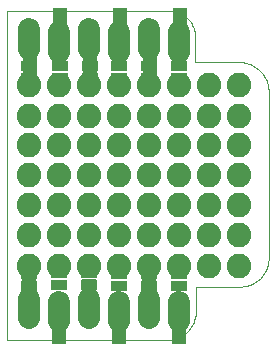
<source format=gbs>
G75*
G70*
%OFA0B0*%
%FSLAX24Y24*%
%IPPOS*%
%LPD*%
%AMOC8*
5,1,8,0,0,1.08239X$1,22.5*
%
%ADD10C,0.0000*%
%ADD11R,0.0474X0.0867*%
%ADD12C,0.0720*%
%ADD13C,0.0820*%
%ADD14R,0.0580X0.0330*%
D10*
X014712Y012689D02*
X014712Y014461D01*
X014716Y014461D01*
X014716Y021941D01*
X014711Y021926D01*
X014711Y023658D01*
X020059Y023657D01*
X020058Y023657D02*
X020115Y023661D01*
X020172Y023660D01*
X020229Y023656D01*
X020285Y023648D01*
X020341Y023637D01*
X020396Y023622D01*
X020450Y023603D01*
X020502Y023581D01*
X020553Y023555D01*
X020602Y023526D01*
X020649Y023494D01*
X020694Y023459D01*
X020736Y023421D01*
X020776Y023381D01*
X020814Y023338D01*
X020848Y023292D01*
X020879Y023245D01*
X020907Y023195D01*
X020932Y023144D01*
X020954Y023091D01*
X020971Y023037D01*
X020986Y022982D01*
X020996Y022926D01*
X021003Y022870D01*
X021003Y021953D01*
X022464Y021961D01*
X022526Y021959D01*
X022587Y021953D01*
X022648Y021944D01*
X022709Y021930D01*
X022768Y021913D01*
X022826Y021892D01*
X022883Y021867D01*
X022938Y021839D01*
X022991Y021808D01*
X023042Y021773D01*
X023091Y021735D01*
X023138Y021694D01*
X023181Y021651D01*
X023222Y021604D01*
X023260Y021555D01*
X023295Y021504D01*
X023326Y021451D01*
X023354Y021396D01*
X023379Y021339D01*
X023400Y021281D01*
X023417Y021222D01*
X023431Y021161D01*
X023440Y021100D01*
X023446Y021039D01*
X023448Y020977D01*
X023448Y015446D01*
X023449Y015446D02*
X023447Y015385D01*
X023441Y015325D01*
X023432Y015265D01*
X023419Y015206D01*
X023402Y015148D01*
X023381Y015091D01*
X023357Y015035D01*
X023330Y014981D01*
X023299Y014929D01*
X023265Y014879D01*
X023228Y014831D01*
X023187Y014785D01*
X023145Y014743D01*
X023099Y014702D01*
X023051Y014665D01*
X023001Y014631D01*
X022949Y014600D01*
X022895Y014573D01*
X022839Y014549D01*
X022782Y014528D01*
X022724Y014511D01*
X022665Y014498D01*
X022605Y014489D01*
X022545Y014483D01*
X022484Y014481D01*
X021019Y014472D01*
X021019Y013661D01*
X021020Y013661D02*
X021018Y013600D01*
X021012Y013540D01*
X021003Y013480D01*
X020990Y013421D01*
X020973Y013363D01*
X020952Y013306D01*
X020928Y013250D01*
X020901Y013196D01*
X020870Y013144D01*
X020836Y013094D01*
X020799Y013046D01*
X020758Y013000D01*
X020716Y012958D01*
X020670Y012917D01*
X020622Y012880D01*
X020572Y012846D01*
X020520Y012815D01*
X020466Y012788D01*
X020410Y012764D01*
X020353Y012743D01*
X020295Y012726D01*
X020236Y012713D01*
X020176Y012704D01*
X020116Y012698D01*
X020055Y012696D01*
X020055Y012697D02*
X014712Y012689D01*
D11*
X016452Y013016D03*
X017452Y014316D03*
X018452Y013016D03*
X019452Y014316D03*
X020452Y013016D03*
X015452Y014316D03*
X015480Y022038D03*
X016480Y023338D03*
X017480Y022038D03*
X018480Y023338D03*
X019480Y022038D03*
X020480Y023338D03*
D12*
X020474Y022957D02*
X020474Y022317D01*
X019474Y022417D02*
X019474Y023057D01*
X018474Y022957D02*
X018474Y022317D01*
X017474Y022417D02*
X017474Y023057D01*
X016474Y022957D02*
X016474Y022317D01*
X015474Y022417D02*
X015474Y023057D01*
X015457Y014080D02*
X015457Y013440D01*
X016457Y013340D02*
X016457Y013980D01*
X017457Y014080D02*
X017457Y013440D01*
X018457Y013340D02*
X018457Y013980D01*
X019457Y014080D02*
X019457Y013440D01*
X020457Y013340D02*
X020457Y013980D01*
D13*
X020471Y015185D03*
X021471Y015185D03*
X022471Y015185D03*
X022467Y016199D03*
X021467Y016199D03*
X020467Y016199D03*
X019467Y016199D03*
X018467Y016199D03*
X017467Y016199D03*
X016467Y016199D03*
X015467Y016199D03*
X015467Y017194D03*
X016467Y017194D03*
X017467Y017194D03*
X018467Y017194D03*
X019467Y017194D03*
X020467Y017194D03*
X021467Y017194D03*
X022467Y017194D03*
X022467Y018195D03*
X021467Y018195D03*
X020467Y018195D03*
X019467Y018195D03*
X018467Y018195D03*
X017467Y018195D03*
X016467Y018195D03*
X015467Y018195D03*
X015467Y019196D03*
X016467Y019196D03*
X017467Y019196D03*
X018467Y019196D03*
X019467Y019196D03*
X020467Y019196D03*
X021467Y019196D03*
X022467Y019196D03*
X022468Y020182D03*
X021468Y020182D03*
X020468Y020182D03*
X019468Y020182D03*
X018468Y020182D03*
X017468Y020182D03*
X016468Y020182D03*
X015468Y020182D03*
X015470Y021189D03*
X016470Y021189D03*
X017470Y021189D03*
X018470Y021189D03*
X019470Y021189D03*
X020470Y021189D03*
X021470Y021189D03*
X022470Y021189D03*
X019471Y015185D03*
X018471Y015185D03*
X017471Y015185D03*
X016471Y015185D03*
X015471Y015185D03*
D14*
X015456Y014912D03*
X015456Y014512D03*
X016465Y014523D03*
X016465Y014923D03*
X017469Y014929D03*
X017469Y014529D03*
X018474Y014519D03*
X018474Y014919D03*
X019446Y014913D03*
X019446Y014513D03*
X020468Y014513D03*
X020468Y014913D03*
X020472Y021436D03*
X020472Y021836D03*
X019474Y021830D03*
X019474Y021430D03*
X018470Y021436D03*
X018470Y021836D03*
X017483Y021836D03*
X017483Y021436D03*
X016477Y021436D03*
X016477Y021836D03*
X015470Y021829D03*
X015470Y021429D03*
M02*

</source>
